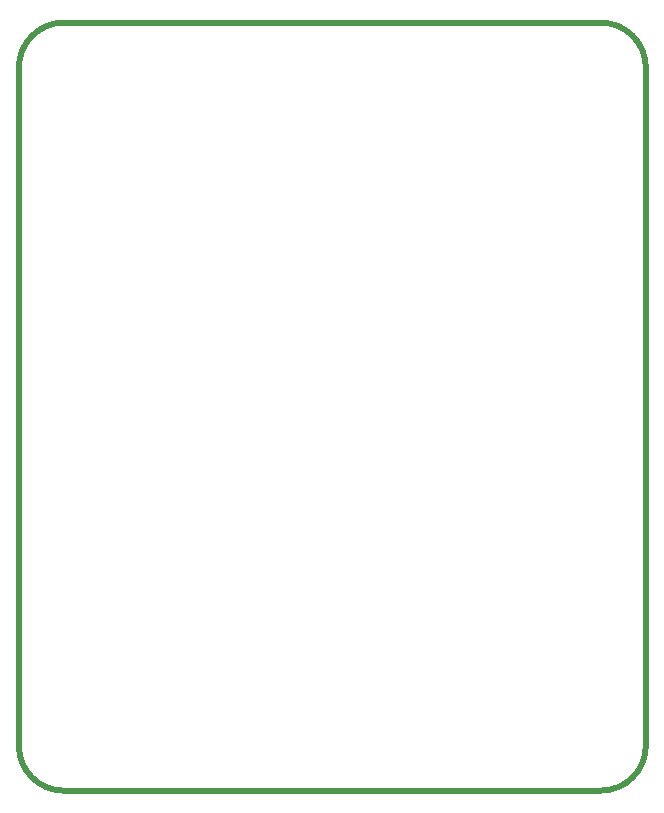
<source format=gko>
G04*
G04 #@! TF.GenerationSoftware,Altium Limited,Altium Designer,21.5.1 (32)*
G04*
G04 Layer_Color=16711935*
%FSLAX25Y25*%
%MOIN*%
G70*
G04*
G04 #@! TF.SameCoordinates,4ADBACA6-D99A-42C5-8304-42A3838A2759*
G04*
G04*
G04 #@! TF.FilePolarity,Positive*
G04*
G01*
G75*
%ADD17C,0.02000*%
D17*
X0Y241000D02*
G03*
X-15000Y226000I0J-15000D01*
G01*
X194000D02*
G03*
X179000Y241000I-15000J0D01*
G01*
Y-15000D02*
G03*
X194000Y0I0J15000D01*
G01*
X-15000D02*
G03*
X0Y-15000I15000J0D01*
G01*
X194000Y0D02*
Y226000D01*
X-15000Y-0D02*
Y226000D01*
X0Y-15000D02*
X179000D01*
X0Y241000D02*
X179000D01*
M02*

</source>
